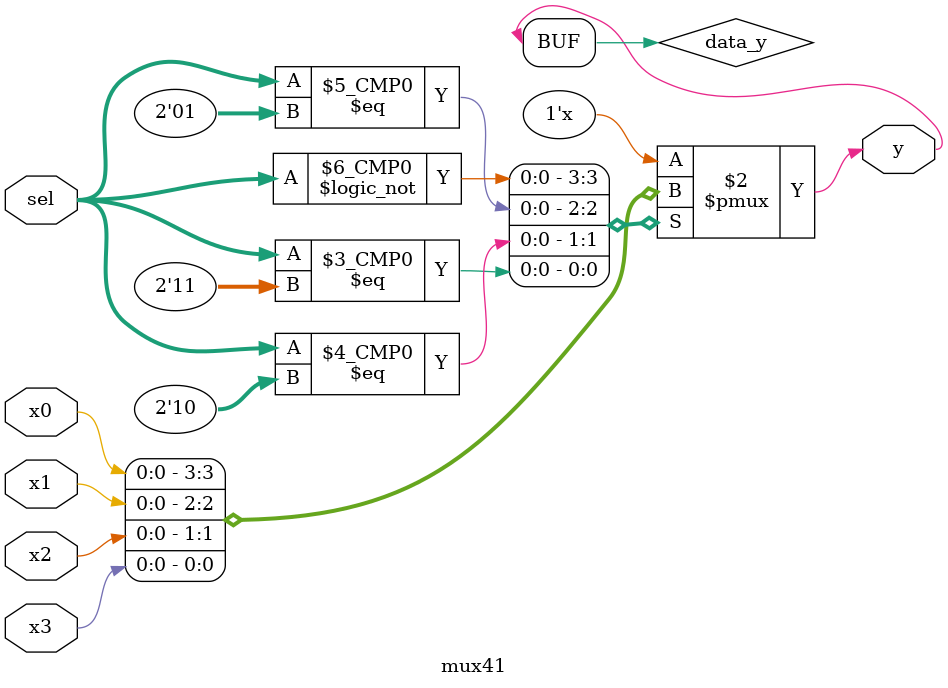
<source format=v>
module mux41 (sel, x0, x1, x2, x3, y);
	input [1:0]	sel;
	input 		x0, x1, x2, x3;
	output		y;
/* verilator lint_off COMBDLY */
	reg data_y;
	always @(*) begin
		case (sel)
			2'b00: data_y <= x0;
			2'b01: data_y <= x1;
			2'b10: data_y <= x2;
			2'b11: data_y <= x3;
		endcase
	end
	assign y = data_y;
/* verilator lint_off COMBDLY */
endmodule

</source>
